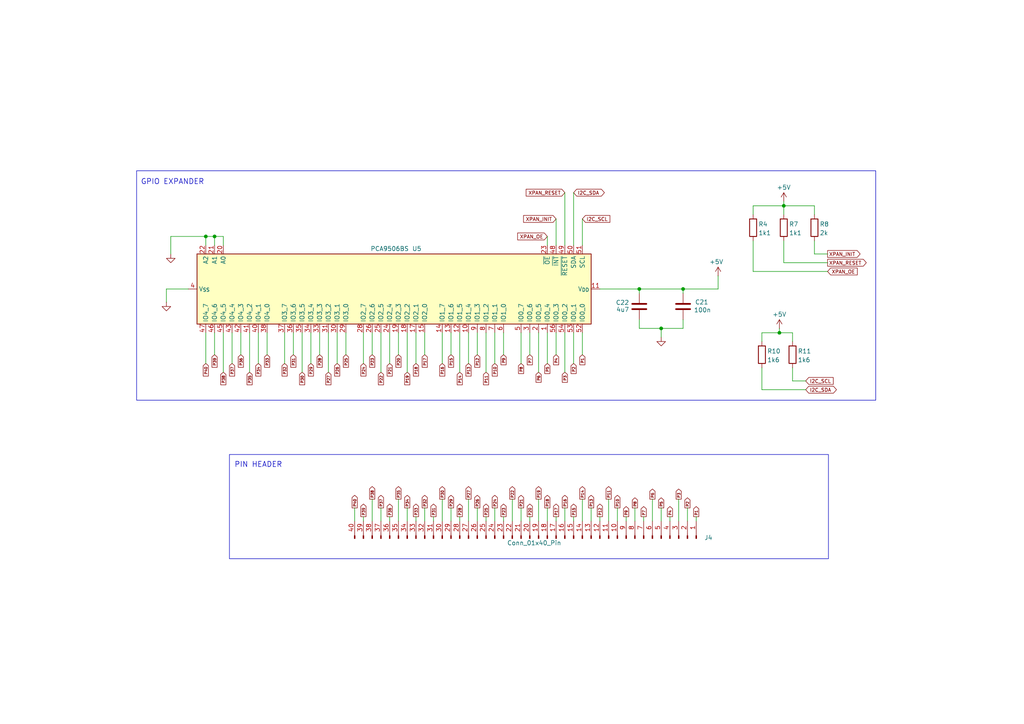
<source format=kicad_sch>
(kicad_sch (version 20250114) (generator "eeschema") (generator_version "9.0")
  (paper "A4")
  (lib_symbols
    (symbol "Connector:Conn_01x40_Pin" (pin_names (offset 1.016) (hide yes))
      (property "Reference" "J" (at 0 50.8 0))
      (property "Value" "Conn_01x40_Pin" (at 0 -53.34 0))
      (symbol "Conn_01x40_Pin_1_1"
        (rectangle (start 0.8636 48.387) (end 0 48.133) (stroke (width 0.1524)) (fill (type outline)))
        (rectangle (start 0.8636 45.847) (end 0 45.593) (stroke (width 0.1524)) (fill (type outline)))
        (rectangle (start 0.8636 43.307) (end 0 43.053) (stroke (width 0.1524)) (fill (type outline)))
        (rectangle (start 0.8636 40.767) (end 0 40.513) (stroke (width 0.1524)) (fill (type outline)))
        (rectangle (start 0.8636 38.227) (end 0 37.973) (stroke (width 0.1524)) (fill (type outline)))
        (rectangle (start 0.8636 35.687) (end 0 35.433) (stroke (width 0.1524)) (fill (type outline)))
        (rectangle (start 0.8636 33.147) (end 0 32.893) (stroke (width 0.1524)) (fill (type outline)))
        (rectangle (start 0.8636 30.607) (end 0 30.353) (stroke (width 0.1524)) (fill (type outline)))
        (rectangle (start 0.8636 28.067) (end 0 27.813) (stroke (width 0.1524)) (fill (type outline)))
        (rectangle (start 0.8636 25.527) (end 0 25.273) (stroke (width 0.1524)) (fill (type outline)))
        (rectangle (start 0.8636 22.987) (end 0 22.733) (stroke (width 0.1524)) (fill (type outline)))
        (rectangle (start 0.8636 20.447) (end 0 20.193) (stroke (width 0.1524)) (fill (type outline)))
        (rectangle (start 0.8636 17.907) (end 0 17.653) (stroke (width 0.1524)) (fill (type outline)))
        (rectangle (start 0.8636 15.367) (end 0 15.113) (stroke (width 0.1524)) (fill (type outline)))
        (rectangle (start 0.8636 12.827) (end 0 12.573) (stroke (width 0.1524)) (fill (type outline)))
        (rectangle (start 0.8636 10.287) (end 0 10.033) (stroke (width 0.1524)) (fill (type outline)))
        (rectangle (start 0.8636 7.747) (end 0 7.493) (stroke (width 0.1524)) (fill (type outline)))
        (rectangle (start 0.8636 5.207) (end 0 4.953) (stroke (width 0.1524)) (fill (type outline)))
        (rectangle (start 0.8636 2.667) (end 0 2.413) (stroke (width 0.1524)) (fill (type outline)))
        (rectangle (start 0.8636 0.127) (end 0 -0.127) (stroke (width 0.1524)) (fill (type outline)))
        (rectangle (start 0.8636 -2.413) (end 0 -2.667) (stroke (width 0.1524)) (fill (type outline)))
        (rectangle (start 0.8636 -4.953) (end 0 -5.207) (stroke (width 0.1524)) (fill (type outline)))
        (rectangle (start 0.8636 -7.493) (end 0 -7.747) (stroke (width 0.1524)) (fill (type outline)))
        (rectangle (start 0.8636 -10.033) (end 0 -10.287) (stroke (width 0.1524)) (fill (type outline)))
        (rectangle (start 0.8636 -12.573) (end 0 -12.827) (stroke (width 0.1524)) (fill (type outline)))
        (rectangle (start 0.8636 -15.113) (end 0 -15.367) (stroke (width 0.1524)) (fill (type outline)))
        (rectangle (start 0.8636 -17.653) (end 0 -17.907) (stroke (width 0.1524)) (fill (type outline)))
        (rectangle (start 0.8636 -20.193) (end 0 -20.447) (stroke (width 0.1524)) (fill (type outline)))
        (rectangle (start 0.8636 -22.733) (end 0 -22.987) (stroke (width 0.1524)) (fill (type outline)))
        (rectangle (start 0.8636 -25.273) (end 0 -25.527) (stroke (width 0.1524)) (fill (type outline)))
        (rectangle (start 0.8636 -27.813) (end 0 -28.067) (stroke (width 0.1524)) (fill (type outline)))
        (rectangle (start 0.8636 -30.353) (end 0 -30.607) (stroke (width 0.1524)) (fill (type outline)))
        (rectangle (start 0.8636 -32.893) (end 0 -33.147) (stroke (width 0.1524)) (fill (type outline)))
        (rectangle (start 0.8636 -35.433) (end 0 -35.687) (stroke (width 0.1524)) (fill (type outline)))
        (rectangle (start 0.8636 -37.973) (end 0 -38.227) (stroke (width 0.1524)) (fill (type outline)))
        (rectangle (start 0.8636 -40.513) (end 0 -40.767) (stroke (width 0.1524)) (fill (type outline)))
        (rectangle (start 0.8636 -43.053) (end 0 -43.307) (stroke (width 0.1524)) (fill (type outline)))
        (rectangle (start 0.8636 -45.593) (end 0 -45.847) (stroke (width 0.1524)) (fill (type outline)))
        (rectangle (start 0.8636 -48.133) (end 0 -48.387) (stroke (width 0.1524)) (fill (type outline)))
        (rectangle (start 0.8636 -50.673) (end 0 -50.927) (stroke (width 0.1524)) (fill (type outline)))
        (polyline (pts (xy 1.27 48.26) (xy 0.8636 48.26)) (stroke (width 0.1524)))
        (polyline (pts (xy 1.27 45.72) (xy 0.8636 45.72)) (stroke (width 0.1524)))
        (polyline (pts (xy 1.27 43.18) (xy 0.8636 43.18)) (stroke (width 0.1524)))
        (polyline (pts (xy 1.27 40.64) (xy 0.8636 40.64)) (stroke (width 0.1524)))
        (polyline (pts (xy 1.27 38.1) (xy 0.8636 38.1)) (stroke (width 0.1524)))
        (polyline (pts (xy 1.27 35.56) (xy 0.8636 35.56)) (stroke (width 0.1524)))
        (polyline (pts (xy 1.27 33.02) (xy 0.8636 33.02)) (stroke (width 0.1524)))
        (polyline (pts (xy 1.27 30.48) (xy 0.8636 30.48)) (stroke (width 0.1524)))
        (polyline (pts (xy 1.27 27.94) (xy 0.8636 27.94)) (stroke (width 0.1524)))
        (polyline (pts (xy 1.27 25.4) (xy 0.8636 25.4)) (stroke (width 0.1524)))
        (polyline (pts (xy 1.27 22.86) (xy 0.8636 22.86)) (stroke (width 0.1524)))
        (polyline (pts (xy 1.27 20.32) (xy 0.8636 20.32)) (stroke (width 0.1524)))
        (polyline (pts (xy 1.27 17.78) (xy 0.8636 17.78)) (stroke (width 0.1524)))
        (polyline (pts (xy 1.27 15.24) (xy 0.8636 15.24)) (stroke (width 0.1524)))
        (polyline (pts (xy 1.27 12.7) (xy 0.8636 12.7)) (stroke (width 0.1524)))
        (polyline (pts (xy 1.27 10.16) (xy 0.8636 10.16)) (stroke (width 0.1524)))
        (polyline (pts (xy 1.27 7.62) (xy 0.8636 7.62)) (stroke (width 0.1524)))
        (polyline (pts (xy 1.27 5.08) (xy 0.8636 5.08)) (stroke (width 0.1524)))
        (polyline (pts (xy 1.27 2.54) (xy 0.8636 2.54)) (stroke (width 0.1524)))
        (polyline (pts (xy 1.27 0) (xy 0.8636 0)) (stroke (width 0.1524)))
        (polyline (pts (xy 1.27 -2.54) (xy 0.8636 -2.54)) (stroke (width 0.1524)))
        (polyline (pts (xy 1.27 -5.08) (xy 0.8636 -5.08)) (stroke (width 0.1524)))
        (polyline (pts (xy 1.27 -7.62) (xy 0.8636 -7.62)) (stroke (width 0.1524)))
        (polyline (pts (xy 1.27 -10.16) (xy 0.8636 -10.16)) (stroke (width 0.1524)))
        (polyline (pts (xy 1.27 -12.7) (xy 0.8636 -12.7)) (stroke (width 0.1524)))
        (polyline (pts (xy 1.27 -15.24) (xy 0.8636 -15.24)) (stroke (width 0.1524)))
        (polyline (pts (xy 1.27 -17.78) (xy 0.8636 -17.78)) (stroke (width 0.1524)))
        (polyline (pts (xy 1.27 -20.32) (xy 0.8636 -20.32)) (stroke (width 0.1524)))
        (polyline (pts (xy 1.27 -22.86) (xy 0.8636 -22.86)) (stroke (width 0.1524)))
        (polyline (pts (xy 1.27 -25.4) (xy 0.8636 -25.4)) (stroke (width 0.1524)))
        (polyline (pts (xy 1.27 -27.94) (xy 0.8636 -27.94)) (stroke (width 0.1524)))
        (polyline (pts (xy 1.27 -30.48) (xy 0.8636 -30.48)) (stroke (width 0.1524)))
        (polyline (pts (xy 1.27 -33.02) (xy 0.8636 -33.02)) (stroke (width 0.1524)))
        (polyline (pts (xy 1.27 -35.56) (xy 0.8636 -35.56)) (stroke (width 0.1524)))
        (polyline (pts (xy 1.27 -38.1) (xy 0.8636 -38.1)) (stroke (width 0.1524)))
        (polyline (pts (xy 1.27 -40.64) (xy 0.8636 -40.64)) (stroke (width 0.1524)))
        (polyline (pts (xy 1.27 -43.18) (xy 0.8636 -43.18)) (stroke (width 0.1524)))
        (polyline (pts (xy 1.27 -45.72) (xy 0.8636 -45.72)) (stroke (width 0.1524)))
        (polyline (pts (xy 1.27 -48.26) (xy 0.8636 -48.26)) (stroke (width 0.1524)))
        (polyline (pts (xy 1.27 -50.8) (xy 0.8636 -50.8)) (stroke (width 0.1524)))
        (pin passive line (at 5.08 48.26 180) (length 3.81) (name "Pin_1") (number "1"))
        (pin passive line (at 5.08 45.72 180) (length 3.81) (name "Pin_2") (number "2"))
        (pin passive line (at 5.08 43.18 180) (length 3.81) (name "Pin_3") (number "3"))
        (pin passive line (at 5.08 40.64 180) (length 3.81) (name "Pin_4") (number "4"))
        (pin passive line (at 5.08 38.1 180) (length 3.81) (name "Pin_5") (number "5"))
        (pin passive line (at 5.08 35.56 180) (length 3.81) (name "Pin_6") (number "6"))
        (pin passive line (at 5.08 33.02 180) (length 3.81) (name "Pin_7") (number "7"))
        (pin passive line (at 5.08 30.48 180) (length 3.81) (name "Pin_8") (number "8"))
        (pin passive line (at 5.08 27.94 180) (length 3.81) (name "Pin_9") (number "9"))
        (pin passive line (at 5.08 25.4 180) (length 3.81) (name "Pin_10") (number "10"))
        (pin passive line (at 5.08 22.86 180) (length 3.81) (name "Pin_11") (number "11"))
        (pin passive line (at 5.08 20.32 180) (length 3.81) (name "Pin_12") (number "12"))
        (pin passive line (at 5.08 17.78 180) (length 3.81) (name "Pin_13") (number "13"))
        (pin passive line (at 5.08 15.24 180) (length 3.81) (name "Pin_14") (number "14"))
        (pin passive line (at 5.08 12.7 180) (length 3.81) (name "Pin_15") (number "15"))
        (pin passive line (at 5.08 10.16 180) (length 3.81) (name "Pin_16") (number "16"))
        (pin passive line (at 5.08 7.62 180) (length 3.81) (name "Pin_17") (number "17"))
        (pin passive line (at 5.08 5.08 180) (length 3.81) (name "Pin_18") (number "18"))
        (pin passive line (at 5.08 2.54 180) (length 3.81) (name "Pin_19") (number "19"))
        (pin passive line (at 5.08 0 180) (length 3.81) (name "Pin_20") (number "20"))
        (pin passive line (at 5.08 -2.54 180) (length 3.81) (name "Pin_21") (number "21"))
        (pin passive line (at 5.08 -5.08 180) (length 3.81) (name "Pin_22") (number "22"))
        (pin passive line (at 5.08 -7.62 180) (length 3.81) (name "Pin_23") (number "23"))
        (pin passive line (at 5.08 -10.16 180) (length 3.81) (name "Pin_24") (number "24"))
        (pin passive line (at 5.08 -12.7 180) (length 3.81) (name "Pin_25") (number "25"))
        (pin passive line (at 5.08 -15.24 180) (length 3.81) (name "Pin_26") (number "26"))
        (pin passive line (at 5.08 -17.78 180) (length 3.81) (name "Pin_27") (number "27"))
        (pin passive line (at 5.08 -20.32 180) (length 3.81) (name "Pin_28") (number "28"))
        (pin passive line (at 5.08 -22.86 180) (length 3.81) (name "Pin_29") (number "29"))
        (pin passive line (at 5.08 -25.4 180) (length 3.81) (name "Pin_30") (number "30"))
        (pin passive line (at 5.08 -27.94 180) (length 3.81) (name "Pin_31") (number "31"))
        (pin passive line (at 5.08 -30.48 180) (length 3.81) (name "Pin_32") (number "32"))
        (pin passive line (at 5.08 -33.02 180) (length 3.81) (name "Pin_33") (number "33"))
        (pin passive line (at 5.08 -35.56 180) (length 3.81) (name "Pin_34") (number "34"))
        (pin passive line (at 5.08 -38.1 180) (length 3.81) (name "Pin_35") (number "35"))
        (pin passive line (at 5.08 -40.64 180) (length 3.81) (name "Pin_36") (number "36"))
        (pin passive line (at 5.08 -43.18 180) (length 3.81) (name "Pin_37") (number "37"))
        (pin passive line (at 5.08 -45.72 180) (length 3.81) (name "Pin_38") (number "38"))
        (pin passive line (at 5.08 -48.26 180) (length 3.81) (name "Pin_39") (number "39"))
        (pin passive line (at 5.08 -50.8 180) (length 3.81) (name "Pin_40") (number "40"))
      )
    )
    (symbol "Device:C" (pin_numbers (hide yes)) (pin_names (offset 0.254))
      (property "Reference" "C" (at 0.635 2.54 0))
      (property "Value" "C" (at 0.635 -2.54 0))
      (symbol "C_0_1"
        (polyline (pts (xy -2.032 0.762) (xy 2.032 0.762)) (stroke (width 0.508)))
        (polyline (pts (xy -2.032 -0.762) (xy 2.032 -0.762)) (stroke (width 0.508)))
      )
      (symbol "C_1_1"
        (pin passive line (at 0 3.81 270) (length 2.794) (name "~") (number "1"))
        (pin passive line (at 0 -3.81 90) (length 2.794) (name "~") (number "2"))
      )
    )
    (symbol "Device:R" (pin_numbers (hide yes)) (pin_names (offset 0))
      (property "Reference" "R" (at 2.032 0 90))
      (property "Value" "R" (at 0 0 90))
      (symbol "R_0_1"
        (rectangle (start -1.016 -2.54) (end 1.016 2.54) (stroke (width 0.254)))
      )
      (symbol "R_1_1"
        (pin passive line (at 0 3.81 270) (length 1.27) (name "~") (number "1"))
        (pin passive line (at 0 -3.81 90) (length 1.27) (name "~") (number "2"))
      )
    )
    (symbol "Interface_Expansion:PCA9506BS"
      (property "Reference" "U" (at -8.89 59.69 0))
      (property "Value" "PCA9506BS" (at 6.35 59.69 0))
      (symbol "PCA9506BS_0_1"
        (rectangle (start -10.16 58.42) (end 10.16 -55.88) (stroke (width 0.254)) (fill (type background)))
      )
      (symbol "PCA9506BS_1_1"
        (pin input line (at -12.7 55.88 0) (length 2.54) (name "SCL") (number "51"))
        (pin bidirectional line (at -12.7 53.34 0) (length 2.54) (name "SDA") (number "50"))
        (pin input line (at -12.7 50.8 0) (length 2.54) (name "~{RESET}") (number "49"))
        (pin open_collector line (at -12.7 48.26 0) (length 2.54) (name "~{INT}") (number "48"))
        (pin input line (at -12.7 45.72 0) (length 2.54) (name "~{OE}") (number "23"))
        (pin input line (at -12.7 -48.26 0) (length 2.54) (name "A0") (number "20"))
        (pin input line (at -12.7 -50.8 0) (length 2.54) (name "A1") (number "21"))
        (pin input line (at -12.7 -53.34 0) (length 2.54) (name "A2") (number "22"))
        (pin power_in line (at 0 60.96 270) (length 2.54) (name "V_{DD}") (number "11"))
        (pin passive line (at 0 60.96 270) (length 2.54) (hide yes) (name "V_{DD}") (number "39"))
        (pin passive line (at 0 -58.42 90) (length 2.54) (hide yes) (name "V_{SS}") (number "16"))
        (pin passive line (at 0 -58.42 90) (length 2.54) (hide yes) (name "V_{SS}") (number "27"))
        (pin passive line (at 0 -58.42 90) (length 2.54) (hide yes) (name "V_{SS}") (number "32"))
        (pin power_in line (at 0 -58.42 90) (length 2.54) (name "V_{SS}") (number "4"))
        (pin passive line (at 0 -58.42 90) (length 2.54) (hide yes) (name "V_{SS}") (number "44"))
        (pin passive line (at 0 -58.42 90) (length 2.54) (hide yes) (name "V_{SS}") (number "55"))
        (pin passive line (at 0 -58.42 90) (length 2.54) (hide yes) (name "V_{SS}") (number "57"))
        (pin bidirectional line (at 12.7 55.88 180) (length 2.54) (name "IO0_0") (number "52"))
        (pin bidirectional line (at 12.7 53.34 180) (length 2.54) (name "IO0_1") (number "53"))
        (pin bidirectional line (at 12.7 50.8 180) (length 2.54) (name "IO0_2") (number "54"))
        (pin bidirectional line (at 12.7 48.26 180) (length 2.54) (name "IO0_3") (number "56"))
        (pin bidirectional line (at 12.7 45.72 180) (length 2.54) (name "IO0_4") (number "1"))
        (pin bidirectional line (at 12.7 43.18 180) (length 2.54) (name "IO0_5") (number "2"))
        (pin bidirectional line (at 12.7 40.64 180) (length 2.54) (name "IO0_6") (number "3"))
        (pin bidirectional line (at 12.7 38.1 180) (length 2.54) (name "IO0_7") (number "5"))
        (pin bidirectional line (at 12.7 33.02 180) (length 2.54) (name "IO1_0") (number "6"))
        (pin bidirectional line (at 12.7 30.48 180) (length 2.54) (name "IO1_1") (number "7"))
        (pin bidirectional line (at 12.7 27.94 180) (length 2.54) (name "IO1_2") (number "8"))
        (pin bidirectional line (at 12.7 25.4 180) (length 2.54) (name "IO1_3") (number "9"))
        (pin bidirectional line (at 12.7 22.86 180) (length 2.54) (name "IO1_4") (number "10"))
        (pin bidirectional line (at 12.7 20.32 180) (length 2.54) (name "IO1_5") (number "12"))
        (pin bidirectional line (at 12.7 17.78 180) (length 2.54) (name "IO1_6") (number "13"))
        (pin bidirectional line (at 12.7 15.24 180) (length 2.54) (name "IO1_7") (number "14"))
        (pin bidirectional line (at 12.7 10.16 180) (length 2.54) (name "IO2_0") (number "15"))
        (pin bidirectional line (at 12.7 7.62 180) (length 2.54) (name "IO2_1") (number "17"))
        (pin bidirectional line (at 12.7 5.08 180) (length 2.54) (name "IO2_2") (number "18"))
        (pin bidirectional line (at 12.7 2.54 180) (length 2.54) (name "IO2_3") (number "19"))
        (pin bidirectional line (at 12.7 0 180) (length 2.54) (name "IO2_4") (number "24"))
        (pin bidirectional line (at 12.7 -2.54 180) (length 2.54) (name "IO2_5") (number "25"))
        (pin bidirectional line (at 12.7 -5.08 180) (length 2.54) (name "IO2_6") (number "26"))
        (pin bidirectional line (at 12.7 -7.62 180) (length 2.54) (name "IO2_7") (number "28"))
        (pin bidirectional line (at 12.7 -12.7 180) (length 2.54) (name "IO3_0") (number "29"))
        (pin bidirectional line (at 12.7 -15.24 180) (length 2.54) (name "IO3_1") (number "30"))
        (pin bidirectional line (at 12.7 -17.78 180) (length 2.54) (name "IO3_2") (number "31"))
        (pin bidirectional line (at 12.7 -20.32 180) (length 2.54) (name "IO3_3") (number "33"))
        (pin bidirectional line (at 12.7 -22.86 180) (length 2.54) (name "IO3_4") (number "34"))
        (pin bidirectional line (at 12.7 -25.4 180) (length 2.54) (name "IO3_5") (number "35"))
        (pin bidirectional line (at 12.7 -27.94 180) (length 2.54) (name "IO3_6") (number "36"))
        (pin bidirectional line (at 12.7 -30.48 180) (length 2.54) (name "IO3_7") (number "37"))
        (pin bidirectional line (at 12.7 -35.56 180) (length 2.54) (name "IO4_0") (number "38"))
        (pin bidirectional line (at 12.7 -38.1 180) (length 2.54) (name "IO4_1") (number "40"))
        (pin bidirectional line (at 12.7 -40.64 180) (length 2.54) (name "IO4_2") (number "41"))
        (pin bidirectional line (at 12.7 -43.18 180) (length 2.54) (name "IO4_3") (number "42"))
        (pin bidirectional line (at 12.7 -45.72 180) (length 2.54) (name "IO4_4") (number "43"))
        (pin bidirectional line (at 12.7 -48.26 180) (length 2.54) (name "IO4_5") (number "45"))
        (pin bidirectional line (at 12.7 -50.8 180) (length 2.54) (name "IO4_6") (number "46"))
        (pin bidirectional line (at 12.7 -53.34 180) (length 2.54) (name "IO4_7") (number "47"))
      )
    )
    (symbol "power:+3.3V" (power) (pin_numbers (hide yes)) (pin_names (offset 0) (hide yes))
      (property "Value" "+3.3V" (at 0 3.556 0))
      (symbol "+3.3V_0_1"
        (polyline (pts (xy -0.762 1.27) (xy 0 2.54)))
        (polyline (pts (xy 0 2.54) (xy 0.762 1.27)))
        (polyline (pts (xy 0 0) (xy 0 2.54)))
      )
      (symbol "+3.3V_1_1"
        (pin power_in line (at 0 0 90) (length 0) (name "~") (number "1"))
      )
    )
    (symbol "power:+5V" (power) (pin_numbers (hide yes)) (pin_names (offset 0) (hide yes))
      (property "Value" "+5V" (at 0 3.556 0))
      (symbol "+5V_0_1"
        (polyline (pts (xy -0.762 1.27) (xy 0 2.54)))
        (polyline (pts (xy 0 2.54) (xy 0.762 1.27)))
        (polyline (pts (xy 0 0) (xy 0 2.54)))
      )
      (symbol "+5V_1_1"
        (pin power_in line (at 0 0 90) (length 0) (name "~") (number "1"))
      )
    )
    (symbol "power:GND" (power) (pin_numbers (hide yes)) (pin_names (offset 0) (hide yes))
      (property "Value" "GND" (at 0 -3.81 0))
      (symbol "GND_0_1"
        (polyline (pts (xy 0 0) (xy 0 -1.27) (xy 1.27 -1.27) (xy 0 -2.54) (xy -1.27 -1.27) (xy 0 -1.27)))
      )
      (symbol "GND_1_1"
        (pin power_in line (at 0 0 270) (length 0) (name "~") (number "1"))
      )
    )
  )
  (rectangle (start 39.624 49.53) (end 254 116.078))
  (rectangle (start 66.548 131.826) (end 240.284 162.052))
  (text "GPIO EXPANDER" (at 50.038 52.832 0) (effects (font (size 1.524 1.524))))
  (text "PIN HEADER" (at 74.93 134.874 0) (effects (font (size 1.524 1.524))))
  (junction (at 185.42 83.82))
  (junction (at 226.06 96.52))
  (junction (at 62.23 68.58))
  (junction (at 59.69 68.58))
  (junction (at 227.33 59.69))
  (junction (at 191.77 95.25))
  (junction (at 198.12 83.82))
  (wire (pts (xy 168.91 144.78) (xy 168.91 151.13)))
  (wire (pts (xy 189.23 144.78) (xy 189.23 151.13)))
  (wire (pts (xy 158.75 68.58) (xy 158.75 71.12)))
  (wire (pts (xy 201.93 149.86) (xy 201.93 151.13)))
  (wire (pts (xy 67.31 96.52) (xy 67.31 105.41)))
  (wire (pts (xy 171.45 147.32) (xy 171.45 151.13)))
  (wire (pts (xy 140.97 149.86) (xy 140.97 151.13)))
  (wire (pts (xy 62.23 68.58) (xy 64.77 68.58)))
  (wire (pts (xy 185.42 85.09) (xy 185.42 83.82)))
  (wire (pts (xy 90.17 96.52) (xy 90.17 105.41)))
  (wire (pts (xy 135.89 96.52) (xy 135.89 105.41)))
  (wire (pts (xy 227.33 62.23) (xy 227.33 59.69)))
  (wire (pts (xy 128.27 96.52) (xy 128.27 105.41)))
  (wire (pts (xy 158.75 96.52) (xy 158.75 105.41)))
  (wire (pts (xy 218.44 78.74) (xy 240.03 78.74)))
  (wire (pts (xy 236.22 69.85) (xy 236.22 73.66)))
  (wire (pts (xy 161.29 102.87) (xy 161.29 96.52)))
  (wire (pts (xy 176.53 144.78) (xy 176.53 151.13)))
  (wire (pts (xy 82.55 96.52) (xy 82.55 105.41)))
  (wire (pts (xy 191.77 95.25) (xy 198.12 95.25)))
  (wire (pts (xy 229.87 96.52) (xy 229.87 99.06)))
  (wire (pts (xy 185.42 83.82) (xy 198.12 83.82)))
  (wire (pts (xy 110.49 96.52) (xy 110.49 107.95)))
  (wire (pts (xy 218.44 69.85) (xy 218.44 78.74)))
  (wire (pts (xy 163.83 96.52) (xy 163.83 107.95)))
  (wire (pts (xy 185.42 92.71) (xy 185.42 95.25)))
  (wire (pts (xy 74.93 96.52) (xy 74.93 105.41)))
  (wire (pts (xy 240.03 73.66) (xy 236.22 73.66)))
  (wire (pts (xy 62.23 102.87) (xy 62.23 96.52)))
  (wire (pts (xy 62.23 68.58) (xy 62.23 71.12)))
  (wire (pts (xy 125.73 149.86) (xy 125.73 151.13)))
  (wire (pts (xy 166.37 149.86) (xy 166.37 151.13)))
  (wire (pts (xy 151.13 96.52) (xy 151.13 105.41)))
  (wire (pts (xy 140.97 96.52) (xy 140.97 107.95)))
  (wire (pts (xy 156.21 96.52) (xy 156.21 107.95)))
  (wire (pts (xy 184.15 147.32) (xy 184.15 151.13)))
  (wire (pts (xy 220.98 96.52) (xy 226.06 96.52)))
  (wire (pts (xy 130.81 102.87) (xy 130.81 96.52)))
  (wire (pts (xy 179.07 147.32) (xy 179.07 151.13)))
  (wire (pts (xy 233.68 110.49) (xy 229.87 110.49)))
  (wire (pts (xy 113.03 149.86) (xy 113.03 151.13)))
  (wire (pts (xy 198.12 83.82) (xy 208.28 83.82)))
  (wire (pts (xy 48.26 83.82) (xy 48.26 87.63)))
  (wire (pts (xy 110.49 147.32) (xy 110.49 151.13)))
  (wire (pts (xy 146.05 149.86) (xy 146.05 151.13)))
  (wire (pts (xy 161.29 63.5) (xy 161.29 71.12)))
  (wire (pts (xy 123.19 147.32) (xy 123.19 151.13)))
  (wire (pts (xy 143.51 96.52) (xy 143.51 105.41)))
  (wire (pts (xy 146.05 102.87) (xy 146.05 96.52)))
  (wire (pts (xy 59.69 68.58) (xy 59.69 71.12)))
  (wire (pts (xy 59.69 96.52) (xy 59.69 105.41)))
  (wire (pts (xy 64.77 68.58) (xy 64.77 71.12)))
  (wire (pts (xy 123.19 102.87) (xy 123.19 96.52)))
  (wire (pts (xy 115.57 102.87) (xy 115.57 96.52)))
  (wire (pts (xy 198.12 92.71) (xy 198.12 95.25)))
  (wire (pts (xy 220.98 113.03) (xy 233.68 113.03)))
  (wire (pts (xy 133.35 96.52) (xy 133.35 107.95)))
  (wire (pts (xy 69.85 102.87) (xy 69.85 96.52)))
  (wire (pts (xy 191.77 97.79) (xy 191.77 95.25)))
  (wire (pts (xy 153.67 102.87) (xy 153.67 96.52)))
  (wire (pts (xy 105.41 96.52) (xy 105.41 105.41)))
  (wire (pts (xy 115.57 144.78) (xy 115.57 151.13)))
  (wire (pts (xy 118.11 96.52) (xy 118.11 107.95)))
  (wire (pts (xy 113.03 96.52) (xy 113.03 105.41)))
  (wire (pts (xy 48.26 83.82) (xy 54.61 83.82)))
  (wire (pts (xy 64.77 96.52) (xy 64.77 107.95)))
  (wire (pts (xy 118.11 147.32) (xy 118.11 151.13)))
  (wire (pts (xy 220.98 99.06) (xy 220.98 96.52)))
  (wire (pts (xy 143.51 147.32) (xy 143.51 151.13)))
  (wire (pts (xy 236.22 59.69) (xy 236.22 62.23)))
  (wire (pts (xy 240.03 76.2) (xy 227.33 76.2)))
  (wire (pts (xy 194.31 149.86) (xy 194.31 151.13)))
  (wire (pts (xy 191.77 147.32) (xy 191.77 151.13)))
  (wire (pts (xy 130.81 147.32) (xy 130.81 151.13)))
  (wire (pts (xy 229.87 106.68) (xy 229.87 110.49)))
  (wire (pts (xy 166.37 96.52) (xy 166.37 105.41)))
  (wire (pts (xy 208.28 80.01) (xy 208.28 83.82)))
  (wire (pts (xy 97.79 96.52) (xy 97.79 105.41)))
  (wire (pts (xy 49.53 73.66) (xy 49.53 68.58)))
  (wire (pts (xy 218.44 59.69) (xy 227.33 59.69)))
  (wire (pts (xy 148.59 144.78) (xy 148.59 151.13)))
  (wire (pts (xy 133.35 149.86) (xy 133.35 151.13)))
  (wire (pts (xy 85.09 102.87) (xy 85.09 96.52)))
  (wire (pts (xy 185.42 95.25) (xy 191.77 95.25)))
  (wire (pts (xy 196.85 144.78) (xy 196.85 151.13)))
  (wire (pts (xy 153.67 149.86) (xy 153.67 151.13)))
  (wire (pts (xy 227.33 58.42) (xy 227.33 59.69)))
  (wire (pts (xy 226.06 95.25) (xy 226.06 96.52)))
  (wire (pts (xy 199.39 147.32) (xy 199.39 151.13)))
  (wire (pts (xy 158.75 147.32) (xy 158.75 151.13)))
  (wire (pts (xy 120.65 149.86) (xy 120.65 151.13)))
  (wire (pts (xy 181.61 149.86) (xy 181.61 151.13)))
  (wire (pts (xy 220.98 106.68) (xy 220.98 113.03)))
  (wire (pts (xy 128.27 144.78) (xy 128.27 151.13)))
  (wire (pts (xy 227.33 69.85) (xy 227.33 76.2)))
  (wire (pts (xy 135.89 144.78) (xy 135.89 151.13)))
  (wire (pts (xy 151.13 147.32) (xy 151.13 151.13)))
  (wire (pts (xy 105.41 149.86) (xy 105.41 151.13)))
  (wire (pts (xy 92.71 102.87) (xy 92.71 96.52)))
  (wire (pts (xy 166.37 55.88) (xy 166.37 71.12)))
  (wire (pts (xy 186.69 149.86) (xy 186.69 151.13)))
  (wire (pts (xy 120.65 96.52) (xy 120.65 105.41)))
  (wire (pts (xy 138.43 102.87) (xy 138.43 96.52)))
  (wire (pts (xy 218.44 62.23) (xy 218.44 59.69)))
  (wire (pts (xy 107.95 102.87) (xy 107.95 96.52)))
  (wire (pts (xy 163.83 147.32) (xy 163.83 151.13)))
  (wire (pts (xy 163.83 55.88) (xy 163.83 71.12)))
  (wire (pts (xy 49.53 68.58) (xy 59.69 68.58)))
  (wire (pts (xy 173.99 83.82) (xy 185.42 83.82)))
  (wire (pts (xy 156.21 144.78) (xy 156.21 151.13)))
  (wire (pts (xy 102.87 147.32) (xy 102.87 151.13)))
  (wire (pts (xy 138.43 147.32) (xy 138.43 151.13)))
  (wire (pts (xy 198.12 85.09) (xy 198.12 83.82)))
  (wire (pts (xy 226.06 96.52) (xy 229.87 96.52)))
  (wire (pts (xy 107.95 144.78) (xy 107.95 151.13)))
  (wire (pts (xy 161.29 149.86) (xy 161.29 151.13)))
  (wire (pts (xy 100.33 102.87) (xy 100.33 96.52)))
  (wire (pts (xy 168.91 102.87) (xy 168.91 96.52)))
  (wire (pts (xy 173.99 149.86) (xy 173.99 151.13)))
  (wire (pts (xy 95.25 96.52) (xy 95.25 107.95)))
  (wire (pts (xy 87.63 96.52) (xy 87.63 107.95)))
  (wire (pts (xy 72.39 96.52) (xy 72.39 107.95)))
  (wire (pts (xy 59.69 68.58) (xy 62.23 68.58)))
  (wire (pts (xy 227.33 59.69) (xy 236.22 59.69)))
  (wire (pts (xy 168.91 63.5) (xy 168.91 71.12)))
  (wire (pts (xy 77.47 102.87) (xy 77.47 96.52)))
  (global_label "P27" (shape output) (at 135.89 144.78 90) (effects (font (size 0.762 0.762))) (property "Intersheetrefs" "${INTERSHEET_REFS}" (effects (hide yes))))
  (global_label "P10" (shape output) (at 179.07 147.32 90) (effects (font (size 0.762 0.762))) (property "Intersheetrefs" "${INTERSHEET_REFS}" (effects (hide yes))))
  (global_label "P5" (shape output) (at 191.77 147.32 90) (effects (font (size 0.762 0.762))) (property "Intersheetrefs" "${INTERSHEET_REFS}" (effects (hide yes))))
  (global_label "P35" (shape output) (at 115.57 144.78 90) (effects (font (size 0.762 0.762))) (property "Intersheetrefs" "${INTERSHEET_REFS}" (effects (hide yes))))
  (global_label "P1" (shape input) (at 168.91 102.87 270) (effects (font (size 0.762 0.762))) (property "Intersheetrefs" "${INTERSHEET_REFS}" (effects (hide yes))))
  (global_label "P7" (shape output) (at 186.69 149.86 90) (effects (font (size 0.762 0.762))) (property "Intersheetrefs" "${INTERSHEET_REFS}" (effects (hide yes))))
  (global_label "P25" (shape input) (at 100.33 102.87 270) (effects (font (size 0.762 0.762))) (property "Intersheetrefs" "${INTERSHEET_REFS}" (effects (hide yes))))
  (global_label "P30" (shape output) (at 128.27 144.78 90) (effects (font (size 0.762 0.762))) (property "Intersheetrefs" "${INTERSHEET_REFS}" (effects (hide yes))))
  (global_label "P29" (shape output) (at 130.81 147.32 90) (effects (font (size 0.762 0.762))) (property "Intersheetrefs" "${INTERSHEET_REFS}" (effects (hide yes))))
  (global_label "P4" (shape input) (at 161.29 102.87 270) (effects (font (size 0.762 0.762))) (property "Intersheetrefs" "${INTERSHEET_REFS}" (effects (hide yes))))
  (global_label "P9" (shape output) (at 181.61 149.86 90) (effects (font (size 0.762 0.762))) (property "Intersheetrefs" "${INTERSHEET_REFS}" (effects (hide yes))))
  (global_label "P16" (shape output) (at 163.83 147.32 90) (effects (font (size 0.762 0.762))) (property "Intersheetrefs" "${INTERSHEET_REFS}" (effects (hide yes))))
  (global_label "P18" (shape output) (at 158.75 147.32 90) (effects (font (size 0.762 0.762))) (property "Intersheetrefs" "${INTERSHEET_REFS}" (effects (hide yes))))
  (global_label "P3" (shape input) (at 163.83 107.95 270) (effects (font (size 0.762 0.762))) (property "Intersheetrefs" "${INTERSHEET_REFS}" (effects (hide yes))))
  (global_label "P17" (shape output) (at 161.29 149.86 90) (effects (font (size 0.762 0.762))) (property "Intersheetrefs" "${INTERSHEET_REFS}" (effects (hide yes))))
  (global_label "P36" (shape output) (at 113.03 149.86 90) (effects (font (size 0.762 0.762))) (property "Intersheetrefs" "${INTERSHEET_REFS}" (effects (hide yes))))
  (global_label "XPAN_RESET" (shape output) (at 240.03 76.2 0) (effects (font (size 1.016 1.016))) (property "Intersheetrefs" "${INTERSHEET_REFS}" (effects (hide yes))))
  (global_label "P3" (shape output) (at 196.85 144.78 90) (effects (font (size 0.762 0.762))) (property "Intersheetrefs" "${INTERSHEET_REFS}" (effects (hide yes))))
  (global_label "P21" (shape input) (at 113.03 105.41 270) (effects (font (size 0.762 0.762))) (property "Intersheetrefs" "${INTERSHEET_REFS}" (effects (hide yes))))
  (global_label "P11" (shape input) (at 140.97 107.95 270) (effects (font (size 0.762 0.762))) (property "Intersheetrefs" "${INTERSHEET_REFS}" (effects (hide yes))))
  (global_label "P32" (shape input) (at 82.55 105.41 270) (effects (font (size 0.762 0.762))) (property "Intersheetrefs" "${INTERSHEET_REFS}" (effects (hide yes))))
  (global_label "P23" (shape output) (at 146.05 149.86 90) (effects (font (size 0.762 0.762))) (property "Intersheetrefs" "${INTERSHEET_REFS}" (effects (hide yes))))
  (global_label "P28" (shape output) (at 133.35 149.86 90) (effects (font (size 0.762 0.762))) (property "Intersheetrefs" "${INTERSHEET_REFS}" (effects (hide yes))))
  (global_label "P7" (shape input) (at 153.67 102.87 270) (effects (font (size 0.762 0.762))) (property "Intersheetrefs" "${INTERSHEET_REFS}" (effects (hide yes))))
  (global_label "P14" (shape input) (at 133.35 107.95 270) (effects (font (size 0.762 0.762))) (property "Intersheetrefs" "${INTERSHEET_REFS}" (effects (hide yes))))
  (global_label "P12" (shape output) (at 173.99 149.86 90) (effects (font (size 0.762 0.762))) (property "Intersheetrefs" "${INTERSHEET_REFS}" (effects (hide yes))))
  (global_label "XPAN_INIT" (shape input) (at 161.29 63.5 180) (effects (font (size 1.016 1.016))) (property "Intersheetrefs" "${INTERSHEET_REFS}" (effects (hide yes))))
  (global_label "P25" (shape output) (at 140.97 149.86 90) (effects (font (size 0.762 0.762))) (property "Intersheetrefs" "${INTERSHEET_REFS}" (effects (hide yes))))
  (global_label "P4" (shape output) (at 194.31 149.86 90) (effects (font (size 0.762 0.762))) (property "Intersheetrefs" "${INTERSHEET_REFS}" (effects (hide yes))))
  (global_label "P39" (shape output) (at 105.41 149.86 90) (effects (font (size 0.762 0.762))) (property "Intersheetrefs" "${INTERSHEET_REFS}" (effects (hide yes))))
  (global_label "P17" (shape input) (at 123.19 102.87 270) (effects (font (size 0.762 0.762))) (property "Intersheetrefs" "${INTERSHEET_REFS}" (effects (hide yes))))
  (global_label "P34" (shape input) (at 74.93 105.41 270) (effects (font (size 0.762 0.762))) (property "Intersheetrefs" "${INTERSHEET_REFS}" (effects (hide yes))))
  (global_label "I2C_SDA" (shape bidirectional) (at 233.68 113.03 0) (effects (font (size 1.016 1.016))) (property "Intersheetrefs" "${INTERSHEET_REFS}" (effects (hide yes))))
  (global_label "P14" (shape output) (at 168.91 144.78 90) (effects (font (size 0.762 0.762))) (property "Intersheetrefs" "${INTERSHEET_REFS}" (effects (hide yes))))
  (global_label "P2" (shape output) (at 199.39 147.32 90) (effects (font (size 0.762 0.762))) (property "Intersheetrefs" "${INTERSHEET_REFS}" (effects (hide yes))))
  (global_label "P22" (shape input) (at 110.49 107.95 270) (effects (font (size 0.762 0.762))) (property "Intersheetrefs" "${INTERSHEET_REFS}" (effects (hide yes))))
  (global_label "P36" (shape input) (at 69.85 102.87 270) (effects (font (size 0.762 0.762))) (property "Intersheetrefs" "${INTERSHEET_REFS}" (effects (hide yes))))
  (global_label "P24" (shape output) (at 143.51 147.32 90) (effects (font (size 0.762 0.762))) (property "Intersheetrefs" "${INTERSHEET_REFS}" (effects (hide yes))))
  (global_label "P20" (shape input) (at 115.57 102.87 270) (effects (font (size 0.762 0.762))) (property "Intersheetrefs" "${INTERSHEET_REFS}" (effects (hide yes))))
  (global_label "P16" (shape input) (at 128.27 105.41 270) (effects (font (size 0.762 0.762))) (property "Intersheetrefs" "${INTERSHEET_REFS}" (effects (hide yes))))
  (global_label "P19" (shape input) (at 118.11 107.95 270) (effects (font (size 0.762 0.762))) (property "Intersheetrefs" "${INTERSHEET_REFS}" (effects (hide yes))))
  (global_label "P26" (shape output) (at 138.43 147.32 90) (effects (font (size 0.762 0.762))) (property "Intersheetrefs" "${INTERSHEET_REFS}" (effects (hide yes))))
  (global_label "P35" (shape input) (at 72.39 107.95 270) (effects (font (size 0.762 0.762))) (property "Intersheetrefs" "${INTERSHEET_REFS}" (effects (hide yes))))
  (global_label "P21" (shape output) (at 151.13 147.32 90) (effects (font (size 0.762 0.762))) (property "Intersheetrefs" "${INTERSHEET_REFS}" (effects (hide yes))))
  (global_label "P1" (shape output) (at 201.93 149.86 90) (effects (font (size 0.762 0.762))) (property "Intersheetrefs" "${INTERSHEET_REFS}" (effects (hide yes))))
  (global_label "I2C_SDA" (shape bidirectional) (at 166.37 55.88 0) (effects (font (size 1.016 1.016))) (property "Intersheetrefs" "${INTERSHEET_REFS}" (effects (hide yes))))
  (global_label "P9" (shape input) (at 146.05 102.87 270) (effects (font (size 0.762 0.762))) (property "Intersheetrefs" "${INTERSHEET_REFS}" (effects (hide yes))))
  (global_label "P40" (shape input) (at 59.69 105.41 270) (effects (font (size 0.762 0.762))) (property "Intersheetrefs" "${INTERSHEET_REFS}" (effects (hide yes))))
  (global_label "P39" (shape input) (at 62.23 102.87 270) (effects (font (size 0.762 0.762))) (property "Intersheetrefs" "${INTERSHEET_REFS}" (effects (hide yes))))
  (global_label "I2C_SCL" (shape input) (at 168.91 63.5 0) (effects (font (size 1.016 1.016))) (property "Intersheetrefs" "${INTERSHEET_REFS}" (effects (hide yes))))
  (global_label "P24" (shape input) (at 105.41 105.41 270) (effects (font (size 0.762 0.762))) (property "Intersheetrefs" "${INTERSHEET_REFS}" (effects (hide yes))))
  (global_label "P29" (shape input) (at 90.17 105.41 270) (effects (font (size 0.762 0.762))) (property "Intersheetrefs" "${INTERSHEET_REFS}" (effects (hide yes))))
  (global_label "P33" (shape output) (at 120.65 149.86 90) (effects (font (size 0.762 0.762))) (property "Intersheetrefs" "${INTERSHEET_REFS}" (effects (hide yes))))
  (global_label "P13" (shape input) (at 135.89 105.41 270) (effects (font (size 0.762 0.762))) (property "Intersheetrefs" "${INTERSHEET_REFS}" (effects (hide yes))))
  (global_label "P32" (shape output) (at 123.19 147.32 90) (effects (font (size 0.762 0.762))) (property "Intersheetrefs" "${INTERSHEET_REFS}" (effects (hide yes))))
  (global_label "P38" (shape input) (at 64.77 107.95 270) (effects (font (size 0.762 0.762))) (property "Intersheetrefs" "${INTERSHEET_REFS}" (effects (hide yes))))
  (global_label "I2C_SCL" (shape input) (at 233.68 110.49 0) (effects (font (size 1.016 1.016))) (property "Intersheetrefs" "${INTERSHEET_REFS}" (effects (hide yes))))
  (global_label "P6" (shape output) (at 189.23 144.78 90) (effects (font (size 0.762 0.762))) (property "Intersheetrefs" "${INTERSHEET_REFS}" (effects (hide yes))))
  (global_label "P27" (shape input) (at 95.25 107.95 270) (effects (font (size 0.762 0.762))) (property "Intersheetrefs" "${INTERSHEET_REFS}" (effects (hide yes))))
  (global_label "P13" (shape output) (at 171.45 147.32 90) (effects (font (size 0.762 0.762))) (property "Intersheetrefs" "${INTERSHEET_REFS}" (effects (hide yes))))
  (global_label "XPAN_INIT" (shape output) (at 240.03 73.66 0) (effects (font (size 1.016 1.016))) (property "Intersheetrefs" "${INTERSHEET_REFS}" (effects (hide yes))))
  (global_label "P28" (shape input) (at 92.71 102.87 270) (effects (font (size 0.762 0.762))) (property "Intersheetrefs" "${INTERSHEET_REFS}" (effects (hide yes))))
  (global_label "P40" (shape output) (at 102.87 147.32 90) (effects (font (size 0.762 0.762))) (property "Intersheetrefs" "${INTERSHEET_REFS}" (effects (hide yes))))
  (global_label "P31" (shape output) (at 125.73 149.86 90) (effects (font (size 0.762 0.762))) (property "Intersheetrefs" "${INTERSHEET_REFS}" (effects (hide yes))))
  (global_label "P33" (shape input) (at 77.47 102.87 270) (effects (font (size 0.762 0.762))) (property "Intersheetrefs" "${INTERSHEET_REFS}" (effects (hide yes))))
  (global_label "P10" (shape input) (at 143.51 105.41 270) (effects (font (size 0.762 0.762))) (property "Intersheetrefs" "${INTERSHEET_REFS}" (effects (hide yes))))
  (global_label "P30" (shape input) (at 87.63 107.95 270) (effects (font (size 0.762 0.762))) (property "Intersheetrefs" "${INTERSHEET_REFS}" (effects (hide yes))))
  (global_label "P15" (shape output) (at 166.37 149.86 90) (effects (font (size 0.762 0.762))) (property "Intersheetrefs" "${INTERSHEET_REFS}" (effects (hide yes))))
  (global_label "XPAN_OE" (shape input) (at 158.75 68.58 180) (effects (font (size 1.016 1.016))) (property "Intersheetrefs" "${INTERSHEET_REFS}" (effects (hide yes))))
  (global_label "P38" (shape output) (at 107.95 144.78 90) (effects (font (size 0.762 0.762))) (property "Intersheetrefs" "${INTERSHEET_REFS}" (effects (hide yes))))
  (global_label "P8" (shape input) (at 151.13 105.41 270) (effects (font (size 0.762 0.762))) (property "Intersheetrefs" "${INTERSHEET_REFS}" (effects (hide yes))))
  (global_label "XPAN_RESET" (shape input) (at 163.83 55.88 180) (effects (font (size 1.016 1.016))) (property "Intersheetrefs" "${INTERSHEET_REFS}" (effects (hide yes))))
  (global_label "P26" (shape input) (at 97.79 105.41 270) (effects (font (size 0.762 0.762))) (property "Intersheetrefs" "${INTERSHEET_REFS}" (effects (hide yes))))
  (global_label "P2" (shape input) (at 166.37 105.41 270) (effects (font (size 0.762 0.762))) (property "Intersheetrefs" "${INTERSHEET_REFS}" (effects (hide yes))))
  (global_label "P18" (shape input) (at 120.65 105.41 270) (effects (font (size 0.762 0.762))) (property "Intersheetrefs" "${INTERSHEET_REFS}" (effects (hide yes))))
  (global_label "P22" (shape output) (at 148.59 144.78 90) (effects (font (size 0.762 0.762))) (property "Intersheetrefs" "${INTERSHEET_REFS}" (effects (hide yes))))
  (global_label "P19" (shape output) (at 156.21 144.78 90) (effects (font (size 0.762 0.762))) (property "Intersheetrefs" "${INTERSHEET_REFS}" (effects (hide yes))))
  (global_label "P34" (shape output) (at 118.11 147.32 90) (effects (font (size 0.762 0.762))) (property "Intersheetrefs" "${INTERSHEET_REFS}" (effects (hide yes))))
  (global_label "P5" (shape input) (at 158.75 105.41 270) (effects (font (size 0.762 0.762))) (property "Intersheetrefs" "${INTERSHEET_REFS}" (effects (hide yes))))
  (global_label "P6" (shape input) (at 156.21 107.95 270) (effects (font (size 0.762 0.762))) (property "Intersheetrefs" "${INTERSHEET_REFS}" (effects (hide yes))))
  (global_label "P31" (shape input) (at 85.09 102.87 270) (effects (font (size 0.762 0.762))) (property "Intersheetrefs" "${INTERSHEET_REFS}" (effects (hide yes))))
  (global_label "P23" (shape input) (at 107.95 102.87 270) (effects (font (size 0.762 0.762))) (property "Intersheetrefs" "${INTERSHEET_REFS}" (effects (hide yes))))
  (global_label "P20" (shape output) (at 153.67 149.86 90) (effects (font (size 0.762 0.762))) (property "Intersheetrefs" "${INTERSHEET_REFS}" (effects (hide yes))))
  (global_label "P37" (shape output) (at 110.49 147.32 90) (effects (font (size 0.762 0.762))) (property "Intersheetrefs" "${INTERSHEET_REFS}" (effects (hide yes))))
  (global_label "P12" (shape input) (at 138.43 102.87 270) (effects (font (size 0.762 0.762))) (property "Intersheetrefs" "${INTERSHEET_REFS}" (effects (hide yes))))
  (global_label "P15" (shape input) (at 130.81 102.87 270) (effects (font (size 0.762 0.762))) (property "Intersheetrefs" "${INTERSHEET_REFS}" (effects (hide yes))))
  (global_label "P11" (shape output) (at 176.53 144.78 90) (effects (font (size 0.762 0.762))) (property "Intersheetrefs" "${INTERSHEET_REFS}" (effects (hide yes))))
  (global_label "P37" (shape input) (at 67.31 105.41 270) (effects (font (size 0.762 0.762))) (property "Intersheetrefs" "${INTERSHEET_REFS}" (effects (hide yes))))
  (global_label "P8" (shape output) (at 184.15 147.32 90) (effects (font (size 0.762 0.762))) (property "Intersheetrefs" "${INTERSHEET_REFS}" (effects (hide yes))))
  (global_label "XPAN_OE" (shape input) (at 240.03 78.74 0) (effects (font (size 1.016 1.016))) (property "Intersheetrefs" "${INTERSHEET_REFS}" (effects (hide yes))))
  (symbol (lib_id "power:+3.3V") (at 226.06 95.25 0) (mirror y) (unit 1)
    (property "Reference" "#PWR09" (effects (hide yes)))
    (property "Value" "+5V" (at 226.06 91.186 0))
    (property "Description" "Power symbol creates a global label with name \"+3.3V\"" (effects (hide yes)))
  )
  (symbol (lib_id "power:GND") (at 48.26 87.63 0) (unit 1)
    (property "Reference" "#PWR01" (effects (hide yes)))
    (property "Value" "GND" (effects (hide yes)))
    (property "Description" "Power symbol creates a global label with name \"GND\" , ground" (effects (hide yes)))
  )
  (symbol (lib_id "Connector:Conn_01x40_Pin") (at 153.67 156.21 270) (mirror x) (unit 1)
    (property "Reference" "J4" (at 205.486 155.956 90))
    (property "Value" "Conn_01x40_Pin" (at 154.94 157.48 90))
    (property "Footprint" "Connector_PinHeader_2.54mm:PinHeader_1x40_P2.54mm_Vertical" (effects (hide yes)))
    (property "Description" "Generic connector, single row, 01x40, script generated" (effects (hide yes)))
  )
  (symbol (lib_id "Device:R") (at 218.44 66.04 0) (unit 1)
    (property "Reference" "R4" (at 219.964 65.024 0) (effects (justify left)))
    (property "Value" "1k1" (at 219.964 67.564 0) (effects (justify left)))
    (property "Footprint" "Resistor_SMD:R_0402_1005Metric" (effects (hide yes)))
    (property "Description" "Resistor" (effects (hide yes)))
  )
  (symbol (lib_id "power:+5V") (at 208.28 80.01 0) (mirror y) (unit 1)
    (property "Reference" "#PWR020" (effects (hide yes)))
    (property "Value" "+5V" (at 207.772 75.946 0))
    (property "Description" "Power symbol creates a global label with name \"+5V\"" (effects (hide yes)))
  )
  (symbol (lib_id "Device:R") (at 229.87 102.87 0) (unit 1)
    (property "Reference" "R11" (at 231.394 101.854 0) (effects (justify left)))
    (property "Value" "1k6" (at 231.394 104.394 0) (effects (justify left)))
    (property "Footprint" "Resistor_SMD:R_0402_1005Metric" (effects (hide yes)))
    (property "Description" "Resistor" (effects (hide yes)))
  )
  (symbol (lib_id "power:GND") (at 191.77 97.79 0) (unit 1)
    (property "Reference" "#PWR014" (effects (hide yes)))
    (property "Value" "GND" (effects (hide yes)))
    (property "Description" "Power symbol creates a global label with name \"GND\" , ground" (effects (hide yes)))
  )
  (symbol (lib_id "Interface_Expansion:PCA9506BS") (at 113.03 83.82 270) (unit 1)
    (property "Reference" "U5" (at 120.904 72.136 90))
    (property "Value" "PCA9506BS" (at 113.03 72.136 90))
    (property "Footprint" "Package_DFN_QFN:QFN-56-1EP_8x8mm_P0.5mm_EP4.3x4.3mm" (effects (hide yes)))
    (property "Datasheet" "https://www.nxp.com/docs/en/data-sheet/PCA9505_9506.pdf" (effects (hide yes)))
    (property "Description" "IO expander 40 GPIO, I2C 400kHz, Interrupt, Reset, OE, 2.3 - 5.5V, HVQFN-56" (effects (hide yes)))
  )
  (symbol (lib_id "Device:R") (at 220.98 102.87 0) (unit 1)
    (property "Reference" "R10" (at 222.504 101.854 0) (effects (justify left)))
    (property "Value" "1k6" (at 222.504 104.394 0) (effects (justify left)))
    (property "Footprint" "Resistor_SMD:R_0402_1005Metric" (effects (hide yes)))
    (property "Description" "Resistor" (effects (hide yes)))
  )
  (symbol (lib_id "Device:C") (at 185.42 88.9 0) (unit 1)
    (property "Reference" "C22" (at 182.499 87.757 0) (effects (justify right)))
    (property "Value" "4u7" (at 182.499 89.789 0) (effects (justify right)))
    (property "Footprint" "Capacitor_SMD:C_0603_1608Metric" (effects (hide yes)))
    (property "Description" "Unpolarized capacitor" (effects (hide yes)))
  )
  (symbol (lib_id "Device:C") (at 198.12 88.9 0) (unit 1)
    (property "Reference" "C21" (at 205.486 87.63 0) (effects (justify right)))
    (property "Value" "100n" (at 206.248 89.916 0) (effects (justify right)))
    (property "Footprint" "Capacitor_SMD:C_0402_1005Metric" (effects (hide yes)))
    (property "Description" "Unpolarized capacitor" (effects (hide yes)))
  )
  (symbol (lib_id "Device:R") (at 236.22 66.04 0) (unit 1)
    (property "Reference" "R8" (at 237.744 65.024 0) (effects (justify left)))
    (property "Value" "2k" (at 237.744 67.564 0) (effects (justify left)))
    (property "Footprint" "Resistor_SMD:R_0402_1005Metric" (effects (hide yes)))
    (property "Description" "Resistor" (effects (hide yes)))
  )
  (symbol (lib_id "power:GND") (at 49.53 73.66 0) (unit 1)
    (property "Reference" "#PWR044" (effects (hide yes)))
    (property "Value" "GND" (effects (hide yes)))
    (property "Description" "Power symbol creates a global label with name \"GND\" , ground" (effects (hide yes)))
  )
  (symbol (lib_id "Device:R") (at 227.33 66.04 0) (unit 1)
    (property "Reference" "R7" (at 228.854 65.024 0) (effects (justify left)))
    (property "Value" "1k1" (at 228.854 67.564 0) (effects (justify left)))
    (property "Footprint" "Resistor_SMD:R_0402_1005Metric" (effects (hide yes)))
    (property "Description" "Resistor" (effects (hide yes)))
  )
  (symbol (lib_id "power:+3.3V") (at 227.33 58.42 0) (mirror y) (unit 1)
    (property "Reference" "#PWR012" (effects (hide yes)))
    (property "Value" "+5V" (at 227.33 54.356 0))
    (property "Description" "Power symbol creates a global label with name \"+3.3V\"" (effects (hide yes)))
  )
)
</source>
